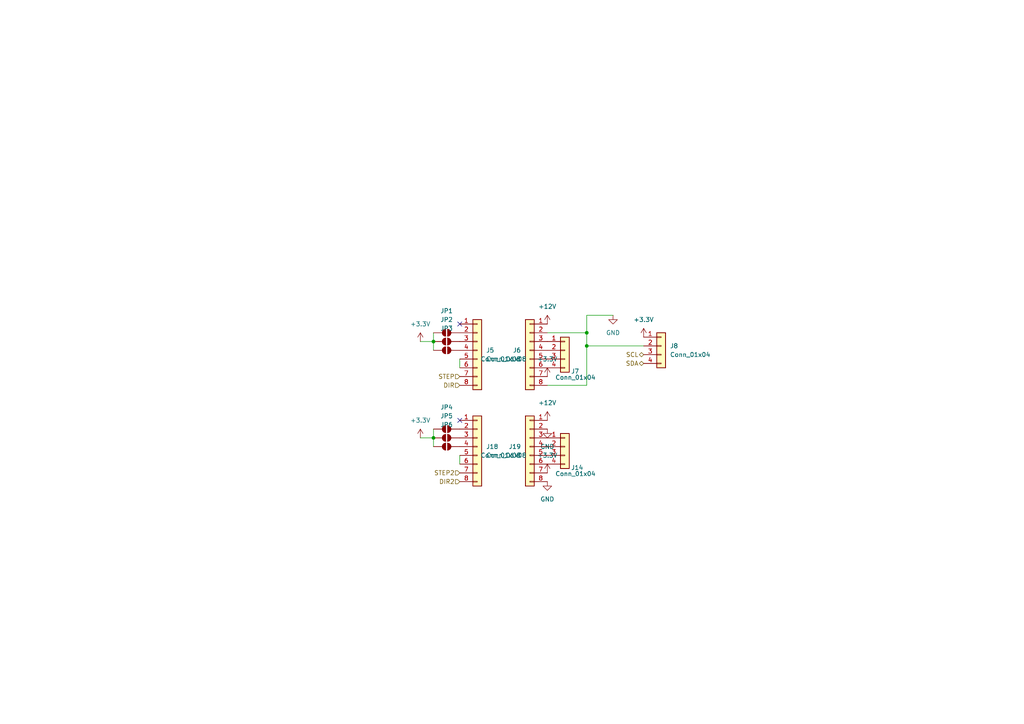
<source format=kicad_sch>
(kicad_sch
	(version 20231120)
	(generator "eeschema")
	(generator_version "8.0")
	(uuid "7346ae13-11ed-48bc-b938-38211a8abbc9")
	(paper "A4")
	(lib_symbols
		(symbol "Conn_01x08_1"
			(pin_names
				(offset 1.016) hide)
			(exclude_from_sim no)
			(in_bom yes)
			(on_board yes)
			(property "Reference" "J17"
				(at 2.54 0.0001 0)
				(effects
					(font
						(size 1.27 1.27)
					)
					(justify left)
				)
			)
			(property "Value" "Conn_01x08"
				(at 2.54 -2.5399 0)
				(effects
					(font
						(size 1.27 1.27)
					)
					(justify left)
				)
			)
			(property "Footprint" ""
				(at 0 0 0)
				(effects
					(font
						(size 1.27 1.27)
					)
					(hide yes)
				)
			)
			(property "Datasheet" "~"
				(at 0 0 0)
				(effects
					(font
						(size 1.27 1.27)
					)
					(hide yes)
				)
			)
			(property "Description" "Generic connector, single row, 01x08, script generated (kicad-library-utils/schlib/autogen/connector/)"
				(at 0 0 0)
				(effects
					(font
						(size 1.27 1.27)
					)
					(hide yes)
				)
			)
			(property "ki_keywords" "connector"
				(at 0 0 0)
				(effects
					(font
						(size 1.27 1.27)
					)
					(hide yes)
				)
			)
			(property "ki_fp_filters" "Connector*:*_1x??_*"
				(at 0 0 0)
				(effects
					(font
						(size 1.27 1.27)
					)
					(hide yes)
				)
			)
			(symbol "Conn_01x08_1_1_1"
				(rectangle
					(start -1.27 -10.033)
					(end 0 -10.287)
					(stroke
						(width 0.1524)
						(type default)
					)
					(fill
						(type none)
					)
				)
				(rectangle
					(start -1.27 -7.493)
					(end 0 -7.747)
					(stroke
						(width 0.1524)
						(type default)
					)
					(fill
						(type none)
					)
				)
				(rectangle
					(start -1.27 -4.953)
					(end 0 -5.207)
					(stroke
						(width 0.1524)
						(type default)
					)
					(fill
						(type none)
					)
				)
				(rectangle
					(start -1.27 -2.413)
					(end 0 -2.667)
					(stroke
						(width 0.1524)
						(type default)
					)
					(fill
						(type none)
					)
				)
				(rectangle
					(start -1.27 0.127)
					(end 0 -0.127)
					(stroke
						(width 0.1524)
						(type default)
					)
					(fill
						(type none)
					)
				)
				(rectangle
					(start -1.27 2.667)
					(end 0 2.413)
					(stroke
						(width 0.1524)
						(type default)
					)
					(fill
						(type none)
					)
				)
				(rectangle
					(start -1.27 5.207)
					(end 0 4.953)
					(stroke
						(width 0.1524)
						(type default)
					)
					(fill
						(type none)
					)
				)
				(rectangle
					(start -1.27 7.747)
					(end 0 7.493)
					(stroke
						(width 0.1524)
						(type default)
					)
					(fill
						(type none)
					)
				)
				(rectangle
					(start -1.27 8.89)
					(end 1.27 -11.43)
					(stroke
						(width 0.254)
						(type default)
					)
					(fill
						(type background)
					)
				)
				(pin passive line
					(at -5.08 7.62 0)
					(length 3.81)
					(name "Pin_1"
						(effects
							(font
								(size 1.27 1.27)
							)
						)
					)
					(number "1"
						(effects
							(font
								(size 1.27 1.27)
							)
						)
					)
				)
				(pin passive line
					(at -5.08 5.08 0)
					(length 3.81)
					(name "MS1"
						(effects
							(font
								(size 1.27 1.27)
							)
						)
					)
					(number "2"
						(effects
							(font
								(size 1.27 1.27)
							)
						)
					)
				)
				(pin passive line
					(at -5.08 2.54 0)
					(length 3.81)
					(name "MS2"
						(effects
							(font
								(size 1.27 1.27)
							)
						)
					)
					(number "3"
						(effects
							(font
								(size 1.27 1.27)
							)
						)
					)
				)
				(pin passive line
					(at -5.08 0 0)
					(length 3.81)
					(name "MS3"
						(effects
							(font
								(size 1.27 1.27)
							)
						)
					)
					(number "4"
						(effects
							(font
								(size 1.27 1.27)
							)
						)
					)
				)
				(pin passive line
					(at -5.08 -2.54 0)
					(length 3.81)
					(name "Pin_5"
						(effects
							(font
								(size 1.27 1.27)
							)
						)
					)
					(number "5"
						(effects
							(font
								(size 1.27 1.27)
							)
						)
					)
				)
				(pin passive line
					(at -5.08 -5.08 0)
					(length 3.81)
					(name "Pin_6"
						(effects
							(font
								(size 1.27 1.27)
							)
						)
					)
					(number "6"
						(effects
							(font
								(size 1.27 1.27)
							)
						)
					)
				)
				(pin passive line
					(at -5.08 -7.62 0)
					(length 3.81)
					(name "STEP"
						(effects
							(font
								(size 1.27 1.27)
							)
						)
					)
					(number "7"
						(effects
							(font
								(size 1.27 1.27)
							)
						)
					)
				)
				(pin passive line
					(at -5.08 -10.16 0)
					(length 3.81)
					(name "DIR"
						(effects
							(font
								(size 1.27 1.27)
							)
						)
					)
					(number "8"
						(effects
							(font
								(size 1.27 1.27)
							)
						)
					)
				)
			)
		)
		(symbol "Connector_Generic:Conn_01x04"
			(pin_names
				(offset 1.016) hide)
			(exclude_from_sim no)
			(in_bom yes)
			(on_board yes)
			(property "Reference" "J"
				(at 0 5.08 0)
				(effects
					(font
						(size 1.27 1.27)
					)
				)
			)
			(property "Value" "Conn_01x04"
				(at 0 -7.62 0)
				(effects
					(font
						(size 1.27 1.27)
					)
				)
			)
			(property "Footprint" ""
				(at 0 0 0)
				(effects
					(font
						(size 1.27 1.27)
					)
					(hide yes)
				)
			)
			(property "Datasheet" "~"
				(at 0 0 0)
				(effects
					(font
						(size 1.27 1.27)
					)
					(hide yes)
				)
			)
			(property "Description" "Generic connector, single row, 01x04, script generated (kicad-library-utils/schlib/autogen/connector/)"
				(at 0 0 0)
				(effects
					(font
						(size 1.27 1.27)
					)
					(hide yes)
				)
			)
			(property "ki_keywords" "connector"
				(at 0 0 0)
				(effects
					(font
						(size 1.27 1.27)
					)
					(hide yes)
				)
			)
			(property "ki_fp_filters" "Connector*:*_1x??_*"
				(at 0 0 0)
				(effects
					(font
						(size 1.27 1.27)
					)
					(hide yes)
				)
			)
			(symbol "Conn_01x04_1_1"
				(rectangle
					(start -1.27 -4.953)
					(end 0 -5.207)
					(stroke
						(width 0.1524)
						(type default)
					)
					(fill
						(type none)
					)
				)
				(rectangle
					(start -1.27 -2.413)
					(end 0 -2.667)
					(stroke
						(width 0.1524)
						(type default)
					)
					(fill
						(type none)
					)
				)
				(rectangle
					(start -1.27 0.127)
					(end 0 -0.127)
					(stroke
						(width 0.1524)
						(type default)
					)
					(fill
						(type none)
					)
				)
				(rectangle
					(start -1.27 2.667)
					(end 0 2.413)
					(stroke
						(width 0.1524)
						(type default)
					)
					(fill
						(type none)
					)
				)
				(rectangle
					(start -1.27 3.81)
					(end 1.27 -6.35)
					(stroke
						(width 0.254)
						(type default)
					)
					(fill
						(type background)
					)
				)
				(pin passive line
					(at -5.08 2.54 0)
					(length 3.81)
					(name "Pin_1"
						(effects
							(font
								(size 1.27 1.27)
							)
						)
					)
					(number "1"
						(effects
							(font
								(size 1.27 1.27)
							)
						)
					)
				)
				(pin passive line
					(at -5.08 0 0)
					(length 3.81)
					(name "Pin_2"
						(effects
							(font
								(size 1.27 1.27)
							)
						)
					)
					(number "2"
						(effects
							(font
								(size 1.27 1.27)
							)
						)
					)
				)
				(pin passive line
					(at -5.08 -2.54 0)
					(length 3.81)
					(name "Pin_3"
						(effects
							(font
								(size 1.27 1.27)
							)
						)
					)
					(number "3"
						(effects
							(font
								(size 1.27 1.27)
							)
						)
					)
				)
				(pin passive line
					(at -5.08 -5.08 0)
					(length 3.81)
					(name "Pin_4"
						(effects
							(font
								(size 1.27 1.27)
							)
						)
					)
					(number "4"
						(effects
							(font
								(size 1.27 1.27)
							)
						)
					)
				)
			)
		)
		(symbol "Connector_Generic:Conn_01x08"
			(pin_names
				(offset 1.016) hide)
			(exclude_from_sim no)
			(in_bom yes)
			(on_board yes)
			(property "Reference" "J18"
				(at 2.54 0.0001 0)
				(effects
					(font
						(size 1.27 1.27)
					)
					(justify left)
				)
			)
			(property "Value" "Conn_01x08"
				(at 2.54 -2.5399 0)
				(effects
					(font
						(size 1.27 1.27)
					)
					(justify left)
				)
			)
			(property "Footprint" ""
				(at 0 0 0)
				(effects
					(font
						(size 1.27 1.27)
					)
					(hide yes)
				)
			)
			(property "Datasheet" "~"
				(at 0 0 0)
				(effects
					(font
						(size 1.27 1.27)
					)
					(hide yes)
				)
			)
			(property "Description" "Generic connector, single row, 01x08, script generated (kicad-library-utils/schlib/autogen/connector/)"
				(at 0 0 0)
				(effects
					(font
						(size 1.27 1.27)
					)
					(hide yes)
				)
			)
			(property "ki_keywords" "connector"
				(at 0 0 0)
				(effects
					(font
						(size 1.27 1.27)
					)
					(hide yes)
				)
			)
			(property "ki_fp_filters" "Connector*:*_1x??_*"
				(at 0 0 0)
				(effects
					(font
						(size 1.27 1.27)
					)
					(hide yes)
				)
			)
			(symbol "Conn_01x08_1_1"
				(rectangle
					(start -1.27 -10.033)
					(end 0 -10.287)
					(stroke
						(width 0.1524)
						(type default)
					)
					(fill
						(type none)
					)
				)
				(rectangle
					(start -1.27 -7.493)
					(end 0 -7.747)
					(stroke
						(width 0.1524)
						(type default)
					)
					(fill
						(type none)
					)
				)
				(rectangle
					(start -1.27 -4.953)
					(end 0 -5.207)
					(stroke
						(width 0.1524)
						(type default)
					)
					(fill
						(type none)
					)
				)
				(rectangle
					(start -1.27 -2.413)
					(end 0 -2.667)
					(stroke
						(width 0.1524)
						(type default)
					)
					(fill
						(type none)
					)
				)
				(rectangle
					(start -1.27 0.127)
					(end 0 -0.127)
					(stroke
						(width 0.1524)
						(type default)
					)
					(fill
						(type none)
					)
				)
				(rectangle
					(start -1.27 2.667)
					(end 0 2.413)
					(stroke
						(width 0.1524)
						(type default)
					)
					(fill
						(type none)
					)
				)
				(rectangle
					(start -1.27 5.207)
					(end 0 4.953)
					(stroke
						(width 0.1524)
						(type default)
					)
					(fill
						(type none)
					)
				)
				(rectangle
					(start -1.27 7.747)
					(end 0 7.493)
					(stroke
						(width 0.1524)
						(type default)
					)
					(fill
						(type none)
					)
				)
				(rectangle
					(start -1.27 8.89)
					(end 1.27 -11.43)
					(stroke
						(width 0.254)
						(type default)
					)
					(fill
						(type background)
					)
				)
				(pin passive line
					(at -5.08 7.62 0)
					(length 3.81)
					(name "VIN"
						(effects
							(font
								(size 1.27 1.27)
							)
						)
					)
					(number "1"
						(effects
							(font
								(size 1.27 1.27)
							)
						)
					)
				)
				(pin passive line
					(at -5.08 5.08 0)
					(length 3.81)
					(name "GND"
						(effects
							(font
								(size 1.27 1.27)
							)
						)
					)
					(number "2"
						(effects
							(font
								(size 1.27 1.27)
							)
						)
					)
				)
				(pin passive line
					(at -5.08 2.54 0)
					(length 3.81)
					(name "2B"
						(effects
							(font
								(size 1.27 1.27)
							)
						)
					)
					(number "3"
						(effects
							(font
								(size 1.27 1.27)
							)
						)
					)
				)
				(pin passive line
					(at -5.08 0 0)
					(length 3.81)
					(name "2A"
						(effects
							(font
								(size 1.27 1.27)
							)
						)
					)
					(number "4"
						(effects
							(font
								(size 1.27 1.27)
							)
						)
					)
				)
				(pin passive line
					(at -5.08 -2.54 0)
					(length 3.81)
					(name "1A"
						(effects
							(font
								(size 1.27 1.27)
							)
						)
					)
					(number "5"
						(effects
							(font
								(size 1.27 1.27)
							)
						)
					)
				)
				(pin passive line
					(at -5.08 -5.08 0)
					(length 3.81)
					(name "1B"
						(effects
							(font
								(size 1.27 1.27)
							)
						)
					)
					(number "6"
						(effects
							(font
								(size 1.27 1.27)
							)
						)
					)
				)
				(pin passive line
					(at -5.08 -7.62 0)
					(length 3.81)
					(name "Pin_7"
						(effects
							(font
								(size 1.27 1.27)
							)
						)
					)
					(number "7"
						(effects
							(font
								(size 1.27 1.27)
							)
						)
					)
				)
				(pin passive line
					(at -5.08 -10.16 0)
					(length 3.81)
					(name "Pin_8"
						(effects
							(font
								(size 1.27 1.27)
							)
						)
					)
					(number "8"
						(effects
							(font
								(size 1.27 1.27)
							)
						)
					)
				)
			)
		)
		(symbol "Jumper:SolderJumper_2_Open"
			(pin_numbers hide)
			(pin_names
				(offset 0) hide)
			(exclude_from_sim yes)
			(in_bom no)
			(on_board yes)
			(property "Reference" "JP"
				(at 0 2.032 0)
				(effects
					(font
						(size 1.27 1.27)
					)
				)
			)
			(property "Value" "SolderJumper_2_Open"
				(at 0 -2.54 0)
				(effects
					(font
						(size 1.27 1.27)
					)
				)
			)
			(property "Footprint" ""
				(at 0 0 0)
				(effects
					(font
						(size 1.27 1.27)
					)
					(hide yes)
				)
			)
			(property "Datasheet" "~"
				(at 0 0 0)
				(effects
					(font
						(size 1.27 1.27)
					)
					(hide yes)
				)
			)
			(property "Description" "Solder Jumper, 2-pole, open"
				(at 0 0 0)
				(effects
					(font
						(size 1.27 1.27)
					)
					(hide yes)
				)
			)
			(property "ki_keywords" "solder jumper SPST"
				(at 0 0 0)
				(effects
					(font
						(size 1.27 1.27)
					)
					(hide yes)
				)
			)
			(property "ki_fp_filters" "SolderJumper*Open*"
				(at 0 0 0)
				(effects
					(font
						(size 1.27 1.27)
					)
					(hide yes)
				)
			)
			(symbol "SolderJumper_2_Open_0_1"
				(arc
					(start -0.254 1.016)
					(mid -1.2656 0)
					(end -0.254 -1.016)
					(stroke
						(width 0)
						(type default)
					)
					(fill
						(type none)
					)
				)
				(arc
					(start -0.254 1.016)
					(mid -1.2656 0)
					(end -0.254 -1.016)
					(stroke
						(width 0)
						(type default)
					)
					(fill
						(type outline)
					)
				)
				(polyline
					(pts
						(xy -0.254 1.016) (xy -0.254 -1.016)
					)
					(stroke
						(width 0)
						(type default)
					)
					(fill
						(type none)
					)
				)
				(polyline
					(pts
						(xy 0.254 1.016) (xy 0.254 -1.016)
					)
					(stroke
						(width 0)
						(type default)
					)
					(fill
						(type none)
					)
				)
				(arc
					(start 0.254 -1.016)
					(mid 1.2656 0)
					(end 0.254 1.016)
					(stroke
						(width 0)
						(type default)
					)
					(fill
						(type none)
					)
				)
				(arc
					(start 0.254 -1.016)
					(mid 1.2656 0)
					(end 0.254 1.016)
					(stroke
						(width 0)
						(type default)
					)
					(fill
						(type outline)
					)
				)
			)
			(symbol "SolderJumper_2_Open_1_1"
				(pin passive line
					(at -3.81 0 0)
					(length 2.54)
					(name "A"
						(effects
							(font
								(size 1.27 1.27)
							)
						)
					)
					(number "1"
						(effects
							(font
								(size 1.27 1.27)
							)
						)
					)
				)
				(pin passive line
					(at 3.81 0 180)
					(length 2.54)
					(name "B"
						(effects
							(font
								(size 1.27 1.27)
							)
						)
					)
					(number "2"
						(effects
							(font
								(size 1.27 1.27)
							)
						)
					)
				)
			)
		)
		(symbol "power:+12V"
			(power)
			(pin_numbers hide)
			(pin_names
				(offset 0) hide)
			(exclude_from_sim no)
			(in_bom yes)
			(on_board yes)
			(property "Reference" "#PWR"
				(at 0 -3.81 0)
				(effects
					(font
						(size 1.27 1.27)
					)
					(hide yes)
				)
			)
			(property "Value" "+12V"
				(at 0 3.556 0)
				(effects
					(font
						(size 1.27 1.27)
					)
				)
			)
			(property "Footprint" ""
				(at 0 0 0)
				(effects
					(font
						(size 1.27 1.27)
					)
					(hide yes)
				)
			)
			(property "Datasheet" ""
				(at 0 0 0)
				(effects
					(font
						(size 1.27 1.27)
					)
					(hide yes)
				)
			)
			(property "Description" "Power symbol creates a global label with name \"+12V\""
				(at 0 0 0)
				(effects
					(font
						(size 1.27 1.27)
					)
					(hide yes)
				)
			)
			(property "ki_keywords" "global power"
				(at 0 0 0)
				(effects
					(font
						(size 1.27 1.27)
					)
					(hide yes)
				)
			)
			(symbol "+12V_0_1"
				(polyline
					(pts
						(xy -0.762 1.27) (xy 0 2.54)
					)
					(stroke
						(width 0)
						(type default)
					)
					(fill
						(type none)
					)
				)
				(polyline
					(pts
						(xy 0 0) (xy 0 2.54)
					)
					(stroke
						(width 0)
						(type default)
					)
					(fill
						(type none)
					)
				)
				(polyline
					(pts
						(xy 0 2.54) (xy 0.762 1.27)
					)
					(stroke
						(width 0)
						(type default)
					)
					(fill
						(type none)
					)
				)
			)
			(symbol "+12V_1_1"
				(pin power_in line
					(at 0 0 90)
					(length 0)
					(name "~"
						(effects
							(font
								(size 1.27 1.27)
							)
						)
					)
					(number "1"
						(effects
							(font
								(size 1.27 1.27)
							)
						)
					)
				)
			)
		)
		(symbol "power:+3.3V"
			(power)
			(pin_numbers hide)
			(pin_names
				(offset 0) hide)
			(exclude_from_sim no)
			(in_bom yes)
			(on_board yes)
			(property "Reference" "#PWR"
				(at 0 -3.81 0)
				(effects
					(font
						(size 1.27 1.27)
					)
					(hide yes)
				)
			)
			(property "Value" "+3.3V"
				(at 0 3.556 0)
				(effects
					(font
						(size 1.27 1.27)
					)
				)
			)
			(property "Footprint" ""
				(at 0 0 0)
				(effects
					(font
						(size 1.27 1.27)
					)
					(hide yes)
				)
			)
			(property "Datasheet" ""
				(at 0 0 0)
				(effects
					(font
						(size 1.27 1.27)
					)
					(hide yes)
				)
			)
			(property "Description" "Power symbol creates a global label with name \"+3.3V\""
				(at 0 0 0)
				(effects
					(font
						(size 1.27 1.27)
					)
					(hide yes)
				)
			)
			(property "ki_keywords" "global power"
				(at 0 0 0)
				(effects
					(font
						(size 1.27 1.27)
					)
					(hide yes)
				)
			)
			(symbol "+3.3V_0_1"
				(polyline
					(pts
						(xy -0.762 1.27) (xy 0 2.54)
					)
					(stroke
						(width 0)
						(type default)
					)
					(fill
						(type none)
					)
				)
				(polyline
					(pts
						(xy 0 0) (xy 0 2.54)
					)
					(stroke
						(width 0)
						(type default)
					)
					(fill
						(type none)
					)
				)
				(polyline
					(pts
						(xy 0 2.54) (xy 0.762 1.27)
					)
					(stroke
						(width 0)
						(type default)
					)
					(fill
						(type none)
					)
				)
			)
			(symbol "+3.3V_1_1"
				(pin power_in line
					(at 0 0 90)
					(length 0)
					(name "~"
						(effects
							(font
								(size 1.27 1.27)
							)
						)
					)
					(number "1"
						(effects
							(font
								(size 1.27 1.27)
							)
						)
					)
				)
			)
		)
		(symbol "power:GND"
			(power)
			(pin_numbers hide)
			(pin_names
				(offset 0) hide)
			(exclude_from_sim no)
			(in_bom yes)
			(on_board yes)
			(property "Reference" "#PWR"
				(at 0 -6.35 0)
				(effects
					(font
						(size 1.27 1.27)
					)
					(hide yes)
				)
			)
			(property "Value" "GND"
				(at 0 -3.81 0)
				(effects
					(font
						(size 1.27 1.27)
					)
				)
			)
			(property "Footprint" ""
				(at 0 0 0)
				(effects
					(font
						(size 1.27 1.27)
					)
					(hide yes)
				)
			)
			(property "Datasheet" ""
				(at 0 0 0)
				(effects
					(font
						(size 1.27 1.27)
					)
					(hide yes)
				)
			)
			(property "Description" "Power symbol creates a global label with name \"GND\" , ground"
				(at 0 0 0)
				(effects
					(font
						(size 1.27 1.27)
					)
					(hide yes)
				)
			)
			(property "ki_keywords" "global power"
				(at 0 0 0)
				(effects
					(font
						(size 1.27 1.27)
					)
					(hide yes)
				)
			)
			(symbol "GND_0_1"
				(polyline
					(pts
						(xy 0 0) (xy 0 -1.27) (xy 1.27 -1.27) (xy 0 -2.54) (xy -1.27 -1.27) (xy 0 -1.27)
					)
					(stroke
						(width 0)
						(type default)
					)
					(fill
						(type none)
					)
				)
			)
			(symbol "GND_1_1"
				(pin power_in line
					(at 0 0 270)
					(length 0)
					(name "~"
						(effects
							(font
								(size 1.27 1.27)
							)
						)
					)
					(number "1"
						(effects
							(font
								(size 1.27 1.27)
							)
						)
					)
				)
			)
		)
	)
	(junction
		(at 125.73 127)
		(diameter 0)
		(color 0 0 0 0)
		(uuid "042763fa-9ef8-4174-a7e4-2d3d57342f39")
	)
	(junction
		(at 170.18 100.33)
		(diameter 0)
		(color 0 0 0 0)
		(uuid "4ecac797-a1e7-4193-b217-bc37853f6c6b")
	)
	(junction
		(at 125.73 99.06)
		(diameter 0)
		(color 0 0 0 0)
		(uuid "99b40b64-502c-4b9a-ab3c-a5c827aa0433")
	)
	(junction
		(at 170.18 96.52)
		(diameter 0)
		(color 0 0 0 0)
		(uuid "aca7923e-f301-4ec6-bea9-21797323f8f1")
	)
	(no_connect
		(at 133.35 121.92)
		(uuid "b99d71a4-516e-4b3c-856b-f01ef56cd18e")
	)
	(no_connect
		(at 133.35 93.98)
		(uuid "f510feff-8fac-4d51-bfa2-e7c06b53d76d")
	)
	(wire
		(pts
			(xy 133.35 132.08) (xy 133.35 134.62)
		)
		(stroke
			(width 0)
			(type default)
		)
		(uuid "57cc2e6f-dc9d-4b8a-b160-d800e844632a")
	)
	(wire
		(pts
			(xy 170.18 111.76) (xy 170.18 100.33)
		)
		(stroke
			(width 0)
			(type default)
		)
		(uuid "58d2085e-0509-4e18-ba6b-6ebf81cb3e94")
	)
	(wire
		(pts
			(xy 125.73 127) (xy 125.73 129.54)
		)
		(stroke
			(width 0)
			(type default)
		)
		(uuid "60f03e5f-13f1-4051-b313-082342ecdb20")
	)
	(wire
		(pts
			(xy 177.8 91.44) (xy 170.18 91.44)
		)
		(stroke
			(width 0)
			(type default)
		)
		(uuid "66605729-176d-4573-824b-df684e6ac64b")
	)
	(wire
		(pts
			(xy 121.92 127) (xy 125.73 127)
		)
		(stroke
			(width 0)
			(type default)
		)
		(uuid "80d76a09-acd1-4ecf-ac83-a7ab31d37493")
	)
	(wire
		(pts
			(xy 125.73 124.46) (xy 125.73 127)
		)
		(stroke
			(width 0)
			(type default)
		)
		(uuid "a0643c33-96bb-49d0-ae2e-0bd3af8a6a19")
	)
	(wire
		(pts
			(xy 170.18 91.44) (xy 170.18 96.52)
		)
		(stroke
			(width 0)
			(type default)
		)
		(uuid "b864220b-677f-4163-8bb4-b6d727b5a529")
	)
	(wire
		(pts
			(xy 121.92 99.06) (xy 125.73 99.06)
		)
		(stroke
			(width 0)
			(type default)
		)
		(uuid "c4c28ec7-45d2-49ac-a67d-9f64d9c130cb")
	)
	(wire
		(pts
			(xy 170.18 96.52) (xy 158.75 96.52)
		)
		(stroke
			(width 0)
			(type default)
		)
		(uuid "cf08cc7d-643b-4c68-aa67-44f31cbedb0f")
	)
	(wire
		(pts
			(xy 125.73 99.06) (xy 125.73 101.6)
		)
		(stroke
			(width 0)
			(type default)
		)
		(uuid "ec652211-0d2f-4603-b7fc-e713403e32d6")
	)
	(wire
		(pts
			(xy 186.69 100.33) (xy 170.18 100.33)
		)
		(stroke
			(width 0)
			(type default)
		)
		(uuid "ecf818f2-ed5e-437a-97b3-0f49d750ca4a")
	)
	(wire
		(pts
			(xy 170.18 100.33) (xy 170.18 96.52)
		)
		(stroke
			(width 0)
			(type default)
		)
		(uuid "ef45347d-e958-4873-ac3c-6987a1e05ad4")
	)
	(wire
		(pts
			(xy 133.35 104.14) (xy 133.35 106.68)
		)
		(stroke
			(width 0)
			(type default)
		)
		(uuid "f56466f4-7daf-4e51-872e-3749b3d0b390")
	)
	(wire
		(pts
			(xy 158.75 111.76) (xy 170.18 111.76)
		)
		(stroke
			(width 0)
			(type default)
		)
		(uuid "f5fc5b69-e30e-4640-b37d-4d3ebe7a3c9c")
	)
	(wire
		(pts
			(xy 125.73 96.52) (xy 125.73 99.06)
		)
		(stroke
			(width 0)
			(type default)
		)
		(uuid "f6c58d8f-ec3d-43c6-8560-207880e09e12")
	)
	(hierarchical_label "DIR2"
		(shape input)
		(at 133.35 139.7 180)
		(fields_autoplaced yes)
		(effects
			(font
				(size 1.27 1.27)
			)
			(justify right)
		)
		(uuid "3f2e7009-d64e-4f71-94e5-c45d4d29a9bf")
	)
	(hierarchical_label "SDA"
		(shape bidirectional)
		(at 186.69 105.41 180)
		(fields_autoplaced yes)
		(effects
			(font
				(size 1.27 1.27)
			)
			(justify right)
		)
		(uuid "419384d1-e54a-415f-aa07-999be41bc723")
	)
	(hierarchical_label "STEP"
		(shape input)
		(at 133.35 109.22 180)
		(fields_autoplaced yes)
		(effects
			(font
				(size 1.27 1.27)
			)
			(justify right)
		)
		(uuid "615e8166-aa92-4068-8025-96e27378f94c")
	)
	(hierarchical_label "STEP2"
		(shape input)
		(at 133.35 137.16 180)
		(fields_autoplaced yes)
		(effects
			(font
				(size 1.27 1.27)
			)
			(justify right)
		)
		(uuid "619893ca-1997-4b17-86ce-0589ad273d9e")
	)
	(hierarchical_label "SCL"
		(shape bidirectional)
		(at 186.69 102.87 180)
		(fields_autoplaced yes)
		(effects
			(font
				(size 1.27 1.27)
			)
			(justify right)
		)
		(uuid "88da3218-e2a1-451c-add4-3f9019d54587")
	)
	(hierarchical_label "DIR"
		(shape input)
		(at 133.35 111.76 180)
		(fields_autoplaced yes)
		(effects
			(font
				(size 1.27 1.27)
			)
			(justify right)
		)
		(uuid "a668f57a-8707-4bed-af72-8a413566c9db")
	)
	(symbol
		(lib_id "power:GND")
		(at 158.75 139.7 0)
		(unit 1)
		(exclude_from_sim no)
		(in_bom yes)
		(on_board yes)
		(dnp no)
		(fields_autoplaced yes)
		(uuid "0ad60634-49bb-4ea1-a537-b038b255baa4")
		(property "Reference" "#PWR052"
			(at 158.75 146.05 0)
			(effects
				(font
					(size 1.27 1.27)
				)
				(hide yes)
			)
		)
		(property "Value" "GND"
			(at 158.75 144.78 0)
			(effects
				(font
					(size 1.27 1.27)
				)
			)
		)
		(property "Footprint" ""
			(at 158.75 139.7 0)
			(effects
				(font
					(size 1.27 1.27)
				)
				(hide yes)
			)
		)
		(property "Datasheet" ""
			(at 158.75 139.7 0)
			(effects
				(font
					(size 1.27 1.27)
				)
				(hide yes)
			)
		)
		(property "Description" "Power symbol creates a global label with name \"GND\" , ground"
			(at 158.75 139.7 0)
			(effects
				(font
					(size 1.27 1.27)
				)
				(hide yes)
			)
		)
		(pin "1"
			(uuid "8f5e6f27-030c-4149-a584-ac3cbe69bfcb")
		)
		(instances
			(project "haiya"
				(path "/52d86b2e-43b4-40ca-8cfa-56f8ac57fe29/14c4ff5b-b399-4fd5-844d-616b61ba7e27"
					(reference "#PWR052")
					(unit 1)
				)
			)
		)
	)
	(symbol
		(lib_id "power:GND")
		(at 177.8 91.44 0)
		(unit 1)
		(exclude_from_sim no)
		(in_bom yes)
		(on_board yes)
		(dnp no)
		(fields_autoplaced yes)
		(uuid "11d9fd99-99a0-4b44-9e36-cbd6079b9d57")
		(property "Reference" "#PWR043"
			(at 177.8 97.79 0)
			(effects
				(font
					(size 1.27 1.27)
				)
				(hide yes)
			)
		)
		(property "Value" "GND"
			(at 177.8 96.52 0)
			(effects
				(font
					(size 1.27 1.27)
				)
			)
		)
		(property "Footprint" ""
			(at 177.8 91.44 0)
			(effects
				(font
					(size 1.27 1.27)
				)
				(hide yes)
			)
		)
		(property "Datasheet" ""
			(at 177.8 91.44 0)
			(effects
				(font
					(size 1.27 1.27)
				)
				(hide yes)
			)
		)
		(property "Description" "Power symbol creates a global label with name \"GND\" , ground"
			(at 177.8 91.44 0)
			(effects
				(font
					(size 1.27 1.27)
				)
				(hide yes)
			)
		)
		(pin "1"
			(uuid "a7be75d6-68e3-4e0f-9205-172f1fc2c50f")
		)
		(instances
			(project "haiya"
				(path "/52d86b2e-43b4-40ca-8cfa-56f8ac57fe29/14c4ff5b-b399-4fd5-844d-616b61ba7e27"
					(reference "#PWR043")
					(unit 1)
				)
			)
		)
	)
	(symbol
		(lib_id "power:+3.3V")
		(at 121.92 99.06 0)
		(unit 1)
		(exclude_from_sim no)
		(in_bom yes)
		(on_board yes)
		(dnp no)
		(fields_autoplaced yes)
		(uuid "191bb9e2-aefb-4829-8a3c-d6b19377d4db")
		(property "Reference" "#PWR042"
			(at 121.92 102.87 0)
			(effects
				(font
					(size 1.27 1.27)
				)
				(hide yes)
			)
		)
		(property "Value" "+3.3V"
			(at 121.92 93.98 0)
			(effects
				(font
					(size 1.27 1.27)
				)
			)
		)
		(property "Footprint" ""
			(at 121.92 99.06 0)
			(effects
				(font
					(size 1.27 1.27)
				)
				(hide yes)
			)
		)
		(property "Datasheet" ""
			(at 121.92 99.06 0)
			(effects
				(font
					(size 1.27 1.27)
				)
				(hide yes)
			)
		)
		(property "Description" "Power symbol creates a global label with name \"+3.3V\""
			(at 121.92 99.06 0)
			(effects
				(font
					(size 1.27 1.27)
				)
				(hide yes)
			)
		)
		(pin "1"
			(uuid "671d5743-173e-460e-951e-818085194e81")
		)
		(instances
			(project "haiya"
				(path "/52d86b2e-43b4-40ca-8cfa-56f8ac57fe29/14c4ff5b-b399-4fd5-844d-616b61ba7e27"
					(reference "#PWR042")
					(unit 1)
				)
			)
		)
	)
	(symbol
		(lib_id "power:GND")
		(at 158.75 124.46 0)
		(unit 1)
		(exclude_from_sim no)
		(in_bom yes)
		(on_board yes)
		(dnp no)
		(fields_autoplaced yes)
		(uuid "1cb0c534-8f90-46ef-bc54-ff7d26cd1a06")
		(property "Reference" "#PWR051"
			(at 158.75 130.81 0)
			(effects
				(font
					(size 1.27 1.27)
				)
				(hide yes)
			)
		)
		(property "Value" "GND"
			(at 158.75 129.54 0)
			(effects
				(font
					(size 1.27 1.27)
				)
			)
		)
		(property "Footprint" ""
			(at 158.75 124.46 0)
			(effects
				(font
					(size 1.27 1.27)
				)
				(hide yes)
			)
		)
		(property "Datasheet" ""
			(at 158.75 124.46 0)
			(effects
				(font
					(size 1.27 1.27)
				)
				(hide yes)
			)
		)
		(property "Description" "Power symbol creates a global label with name \"GND\" , ground"
			(at 158.75 124.46 0)
			(effects
				(font
					(size 1.27 1.27)
				)
				(hide yes)
			)
		)
		(pin "1"
			(uuid "5691077b-7743-4656-8b06-4e556def9dee")
		)
		(instances
			(project ""
				(path "/52d86b2e-43b4-40ca-8cfa-56f8ac57fe29/14c4ff5b-b399-4fd5-844d-616b61ba7e27"
					(reference "#PWR051")
					(unit 1)
				)
			)
		)
	)
	(symbol
		(lib_id "Jumper:SolderJumper_2_Open")
		(at 129.54 129.54 0)
		(unit 1)
		(exclude_from_sim yes)
		(in_bom no)
		(on_board yes)
		(dnp no)
		(fields_autoplaced yes)
		(uuid "1fac1f56-a3db-4665-858c-d64944b9dcca")
		(property "Reference" "JP6"
			(at 129.54 123.19 0)
			(effects
				(font
					(size 1.27 1.27)
				)
			)
		)
		(property "Value" "SolderJumper_2_Open"
			(at 129.54 125.73 0)
			(effects
				(font
					(size 1.27 1.27)
				)
				(hide yes)
			)
		)
		(property "Footprint" "Jumper:SolderJumper-2_P1.3mm_Open_RoundedPad1.0x1.5mm"
			(at 129.54 129.54 0)
			(effects
				(font
					(size 1.27 1.27)
				)
				(hide yes)
			)
		)
		(property "Datasheet" "~"
			(at 129.54 129.54 0)
			(effects
				(font
					(size 1.27 1.27)
				)
				(hide yes)
			)
		)
		(property "Description" "Solder Jumper, 2-pole, open"
			(at 129.54 129.54 0)
			(effects
				(font
					(size 1.27 1.27)
				)
				(hide yes)
			)
		)
		(pin "2"
			(uuid "0c29712e-8005-464c-9985-6620f6ffac2d")
		)
		(pin "1"
			(uuid "b1bad276-f6f1-4a8e-8221-1ed5297a3b2e")
		)
		(instances
			(project "haiya"
				(path "/52d86b2e-43b4-40ca-8cfa-56f8ac57fe29/14c4ff5b-b399-4fd5-844d-616b61ba7e27"
					(reference "JP6")
					(unit 1)
				)
			)
		)
	)
	(symbol
		(lib_id "Jumper:SolderJumper_2_Open")
		(at 129.54 99.06 0)
		(unit 1)
		(exclude_from_sim yes)
		(in_bom no)
		(on_board yes)
		(dnp no)
		(fields_autoplaced yes)
		(uuid "2dcc906b-65e8-424f-8928-32da17470dfa")
		(property "Reference" "JP2"
			(at 129.54 92.71 0)
			(effects
				(font
					(size 1.27 1.27)
				)
			)
		)
		(property "Value" "SolderJumper_2_Open"
			(at 129.54 95.25 0)
			(effects
				(font
					(size 1.27 1.27)
				)
				(hide yes)
			)
		)
		(property "Footprint" "Jumper:SolderJumper-2_P1.3mm_Open_RoundedPad1.0x1.5mm"
			(at 129.54 99.06 0)
			(effects
				(font
					(size 1.27 1.27)
				)
				(hide yes)
			)
		)
		(property "Datasheet" "~"
			(at 129.54 99.06 0)
			(effects
				(font
					(size 1.27 1.27)
				)
				(hide yes)
			)
		)
		(property "Description" "Solder Jumper, 2-pole, open"
			(at 129.54 99.06 0)
			(effects
				(font
					(size 1.27 1.27)
				)
				(hide yes)
			)
		)
		(pin "2"
			(uuid "84d3fdd6-1de8-4db3-88d9-81dd76354876")
		)
		(pin "1"
			(uuid "38a0d59d-e4f6-4adc-86b3-c314b1ab938a")
		)
		(instances
			(project "haiya"
				(path "/52d86b2e-43b4-40ca-8cfa-56f8ac57fe29/14c4ff5b-b399-4fd5-844d-616b61ba7e27"
					(reference "JP2")
					(unit 1)
				)
			)
		)
	)
	(symbol
		(lib_name "Conn_01x08_1")
		(lib_id "Connector_Generic:Conn_01x08")
		(at 138.43 129.54 0)
		(unit 1)
		(exclude_from_sim no)
		(in_bom yes)
		(on_board yes)
		(dnp no)
		(fields_autoplaced yes)
		(uuid "32a7d274-74ec-4643-8b9a-f95a3a835461")
		(property "Reference" "J18"
			(at 140.97 129.5399 0)
			(effects
				(font
					(size 1.27 1.27)
				)
				(justify left)
			)
		)
		(property "Value" "Conn_01x08"
			(at 140.97 132.0799 0)
			(effects
				(font
					(size 1.27 1.27)
				)
				(justify left)
			)
		)
		(property "Footprint" "Connector_PinSocket_2.54mm:PinSocket_1x08_P2.54mm_Vertical"
			(at 138.43 129.54 0)
			(effects
				(font
					(size 1.27 1.27)
				)
				(hide yes)
			)
		)
		(property "Datasheet" "~"
			(at 138.43 129.54 0)
			(effects
				(font
					(size 1.27 1.27)
				)
				(hide yes)
			)
		)
		(property "Description" "Generic connector, single row, 01x08, script generated (kicad-library-utils/schlib/autogen/connector/)"
			(at 138.43 129.54 0)
			(effects
				(font
					(size 1.27 1.27)
				)
				(hide yes)
			)
		)
		(pin "5"
			(uuid "44eeb687-fbd8-4723-86de-a22047583b2f")
		)
		(pin "2"
			(uuid "19a7992e-ca05-4aa1-940b-8687f42f3314")
		)
		(pin "4"
			(uuid "7b7b8200-8021-4ca4-9235-f894f6323370")
		)
		(pin "6"
			(uuid "a7047a1a-73e4-4d92-9e59-a6a2fff447ff")
		)
		(pin "3"
			(uuid "24029964-be9c-4957-9af6-ea56ab2fcff6")
		)
		(pin "8"
			(uuid "756e76e8-7e2a-43ba-9b77-0f5c8e286120")
		)
		(pin "7"
			(uuid "46b999e6-245d-4892-aee4-a3638e4724e6")
		)
		(pin "1"
			(uuid "5a3602c1-9b5a-458c-8256-111d67b5f115")
		)
		(instances
			(project "haiya"
				(path "/52d86b2e-43b4-40ca-8cfa-56f8ac57fe29/14c4ff5b-b399-4fd5-844d-616b61ba7e27"
					(reference "J18")
					(unit 1)
				)
			)
		)
	)
	(symbol
		(lib_id "Connector_Generic:Conn_01x04")
		(at 163.83 129.54 0)
		(unit 1)
		(exclude_from_sim no)
		(in_bom yes)
		(on_board yes)
		(dnp no)
		(uuid "3c5465de-80aa-4899-a77f-a3ed9a4fe608")
		(property "Reference" "J14"
			(at 165.608 135.636 0)
			(effects
				(font
					(size 1.27 1.27)
				)
				(justify left)
			)
		)
		(property "Value" "Conn_01x04"
			(at 161.036 137.414 0)
			(effects
				(font
					(size 1.27 1.27)
				)
				(justify left)
			)
		)
		(property "Footprint" "Connector_JST:JST_XH_B4B-XH-A_1x04_P2.50mm_Vertical"
			(at 163.83 129.54 0)
			(effects
				(font
					(size 1.27 1.27)
				)
				(hide yes)
			)
		)
		(property "Datasheet" "~"
			(at 163.83 129.54 0)
			(effects
				(font
					(size 1.27 1.27)
				)
				(hide yes)
			)
		)
		(property "Description" "Generic connector, single row, 01x04, script generated (kicad-library-utils/schlib/autogen/connector/)"
			(at 163.83 129.54 0)
			(effects
				(font
					(size 1.27 1.27)
				)
				(hide yes)
			)
		)
		(pin "1"
			(uuid "dc0cd639-a2a5-4d43-8b89-3209d5b938e5")
		)
		(pin "3"
			(uuid "b093661e-53f9-4e3a-a24c-bf45c83250d8")
		)
		(pin "2"
			(uuid "db13995a-1671-4092-873b-eaac27ce9d0a")
		)
		(pin "4"
			(uuid "5192a0cd-060f-4aa8-a95d-c82aaa60d5a7")
		)
		(instances
			(project "haiya"
				(path "/52d86b2e-43b4-40ca-8cfa-56f8ac57fe29/14c4ff5b-b399-4fd5-844d-616b61ba7e27"
					(reference "J14")
					(unit 1)
				)
			)
		)
	)
	(symbol
		(lib_id "Jumper:SolderJumper_2_Open")
		(at 129.54 127 0)
		(unit 1)
		(exclude_from_sim yes)
		(in_bom no)
		(on_board yes)
		(dnp no)
		(fields_autoplaced yes)
		(uuid "3d92a536-12ce-422c-9455-de656bfa26ca")
		(property "Reference" "JP5"
			(at 129.54 120.65 0)
			(effects
				(font
					(size 1.27 1.27)
				)
			)
		)
		(property "Value" "SolderJumper_2_Open"
			(at 129.54 123.19 0)
			(effects
				(font
					(size 1.27 1.27)
				)
				(hide yes)
			)
		)
		(property "Footprint" "Jumper:SolderJumper-2_P1.3mm_Open_RoundedPad1.0x1.5mm"
			(at 129.54 127 0)
			(effects
				(font
					(size 1.27 1.27)
				)
				(hide yes)
			)
		)
		(property "Datasheet" "~"
			(at 129.54 127 0)
			(effects
				(font
					(size 1.27 1.27)
				)
				(hide yes)
			)
		)
		(property "Description" "Solder Jumper, 2-pole, open"
			(at 129.54 127 0)
			(effects
				(font
					(size 1.27 1.27)
				)
				(hide yes)
			)
		)
		(pin "2"
			(uuid "ae234641-f361-481d-912b-e3651c2eb4f6")
		)
		(pin "1"
			(uuid "109ea397-df24-437a-a3fa-501b9f2992c0")
		)
		(instances
			(project "haiya"
				(path "/52d86b2e-43b4-40ca-8cfa-56f8ac57fe29/14c4ff5b-b399-4fd5-844d-616b61ba7e27"
					(reference "JP5")
					(unit 1)
				)
			)
		)
	)
	(symbol
		(lib_id "Connector_Generic:Conn_01x04")
		(at 163.83 101.6 0)
		(unit 1)
		(exclude_from_sim no)
		(in_bom yes)
		(on_board yes)
		(dnp no)
		(uuid "3e4bc4d9-b138-4f23-b953-9986f112cf38")
		(property "Reference" "J7"
			(at 165.608 107.696 0)
			(effects
				(font
					(size 1.27 1.27)
				)
				(justify left)
			)
		)
		(property "Value" "Conn_01x04"
			(at 161.036 109.474 0)
			(effects
				(font
					(size 1.27 1.27)
				)
				(justify left)
			)
		)
		(property "Footprint" "Connector_JST:JST_XH_B4B-XH-A_1x04_P2.50mm_Vertical"
			(at 163.83 101.6 0)
			(effects
				(font
					(size 1.27 1.27)
				)
				(hide yes)
			)
		)
		(property "Datasheet" "~"
			(at 163.83 101.6 0)
			(effects
				(font
					(size 1.27 1.27)
				)
				(hide yes)
			)
		)
		(property "Description" "Generic connector, single row, 01x04, script generated (kicad-library-utils/schlib/autogen/connector/)"
			(at 163.83 101.6 0)
			(effects
				(font
					(size 1.27 1.27)
				)
				(hide yes)
			)
		)
		(pin "1"
			(uuid "026960ef-d9b9-48f7-808a-d5ca7f3796aa")
		)
		(pin "3"
			(uuid "a11f3a74-a6a5-4f1c-b19c-aab626b07566")
		)
		(pin "2"
			(uuid "cc23a472-1a9d-4cb5-961d-97ca5a9e7963")
		)
		(pin "4"
			(uuid "5edcb66d-f937-496b-b1ed-60733d8cde83")
		)
		(instances
			(project "haiya"
				(path "/52d86b2e-43b4-40ca-8cfa-56f8ac57fe29/14c4ff5b-b399-4fd5-844d-616b61ba7e27"
					(reference "J7")
					(unit 1)
				)
			)
		)
	)
	(symbol
		(lib_id "power:+3.3V")
		(at 158.75 137.16 0)
		(unit 1)
		(exclude_from_sim no)
		(in_bom yes)
		(on_board yes)
		(dnp no)
		(fields_autoplaced yes)
		(uuid "4fffd18d-5a66-4146-be39-0362243a2c82")
		(property "Reference" "#PWR054"
			(at 158.75 140.97 0)
			(effects
				(font
					(size 1.27 1.27)
				)
				(hide yes)
			)
		)
		(property "Value" "+3.3V"
			(at 158.75 132.08 0)
			(effects
				(font
					(size 1.27 1.27)
				)
			)
		)
		(property "Footprint" ""
			(at 158.75 137.16 0)
			(effects
				(font
					(size 1.27 1.27)
				)
				(hide yes)
			)
		)
		(property "Datasheet" ""
			(at 158.75 137.16 0)
			(effects
				(font
					(size 1.27 1.27)
				)
				(hide yes)
			)
		)
		(property "Description" "Power symbol creates a global label with name \"+3.3V\""
			(at 158.75 137.16 0)
			(effects
				(font
					(size 1.27 1.27)
				)
				(hide yes)
			)
		)
		(pin "1"
			(uuid "5060599f-1c76-4a89-920a-b604cc203c91")
		)
		(instances
			(project "haiya"
				(path "/52d86b2e-43b4-40ca-8cfa-56f8ac57fe29/14c4ff5b-b399-4fd5-844d-616b61ba7e27"
					(reference "#PWR054")
					(unit 1)
				)
			)
		)
	)
	(symbol
		(lib_id "Jumper:SolderJumper_2_Open")
		(at 129.54 101.6 0)
		(unit 1)
		(exclude_from_sim yes)
		(in_bom no)
		(on_board yes)
		(dnp no)
		(fields_autoplaced yes)
		(uuid "50558ad0-3bf0-4125-befd-775e26ecce41")
		(property "Reference" "JP3"
			(at 129.54 95.25 0)
			(effects
				(font
					(size 1.27 1.27)
				)
			)
		)
		(property "Value" "SolderJumper_2_Open"
			(at 129.54 97.79 0)
			(effects
				(font
					(size 1.27 1.27)
				)
				(hide yes)
			)
		)
		(property "Footprint" "Jumper:SolderJumper-2_P1.3mm_Open_RoundedPad1.0x1.5mm"
			(at 129.54 101.6 0)
			(effects
				(font
					(size 1.27 1.27)
				)
				(hide yes)
			)
		)
		(property "Datasheet" "~"
			(at 129.54 101.6 0)
			(effects
				(font
					(size 1.27 1.27)
				)
				(hide yes)
			)
		)
		(property "Description" "Solder Jumper, 2-pole, open"
			(at 129.54 101.6 0)
			(effects
				(font
					(size 1.27 1.27)
				)
				(hide yes)
			)
		)
		(pin "2"
			(uuid "6f26c137-5ab8-4992-88aa-37923faea599")
		)
		(pin "1"
			(uuid "851599c1-0137-407f-95bc-20f34d2cc42d")
		)
		(instances
			(project "haiya"
				(path "/52d86b2e-43b4-40ca-8cfa-56f8ac57fe29/14c4ff5b-b399-4fd5-844d-616b61ba7e27"
					(reference "JP3")
					(unit 1)
				)
			)
		)
	)
	(symbol
		(lib_name "Conn_01x08_1")
		(lib_id "Connector_Generic:Conn_01x08")
		(at 138.43 101.6 0)
		(unit 1)
		(exclude_from_sim no)
		(in_bom yes)
		(on_board yes)
		(dnp no)
		(fields_autoplaced yes)
		(uuid "50d30fd3-c803-40d0-9dcc-e1a4ee2d53cc")
		(property "Reference" "J5"
			(at 140.97 101.5999 0)
			(effects
				(font
					(size 1.27 1.27)
				)
				(justify left)
			)
		)
		(property "Value" "Conn_01x08"
			(at 140.97 104.1399 0)
			(effects
				(font
					(size 1.27 1.27)
				)
				(justify left)
			)
		)
		(property "Footprint" "Connector_PinSocket_2.54mm:PinSocket_1x08_P2.54mm_Vertical"
			(at 138.43 101.6 0)
			(effects
				(font
					(size 1.27 1.27)
				)
				(hide yes)
			)
		)
		(property "Datasheet" "~"
			(at 138.43 101.6 0)
			(effects
				(font
					(size 1.27 1.27)
				)
				(hide yes)
			)
		)
		(property "Description" "Generic connector, single row, 01x08, script generated (kicad-library-utils/schlib/autogen/connector/)"
			(at 138.43 101.6 0)
			(effects
				(font
					(size 1.27 1.27)
				)
				(hide yes)
			)
		)
		(pin "5"
			(uuid "e19e1ea3-1f39-479b-864a-3381c65a3d02")
		)
		(pin "2"
			(uuid "17091dd3-0116-4328-8522-4a4ef2d76287")
		)
		(pin "4"
			(uuid "032fab82-b2a0-4399-9bb2-1e418af5bf8f")
		)
		(pin "6"
			(uuid "4b7e23a3-3160-4260-bd01-bce6233d3f77")
		)
		(pin "3"
			(uuid "84b6670f-8b20-4875-a11a-0cdc5b8728bd")
		)
		(pin "8"
			(uuid "4f300226-c072-44eb-85de-308804846b42")
		)
		(pin "7"
			(uuid "1db1f101-b624-4ebe-a138-5f32afd41762")
		)
		(pin "1"
			(uuid "3f5d5f00-7645-4bc8-84cc-c86859e76ef9")
		)
		(instances
			(project "haiya"
				(path "/52d86b2e-43b4-40ca-8cfa-56f8ac57fe29/14c4ff5b-b399-4fd5-844d-616b61ba7e27"
					(reference "J5")
					(unit 1)
				)
			)
		)
	)
	(symbol
		(lib_id "Connector_Generic:Conn_01x08")
		(at 153.67 101.6 0)
		(mirror y)
		(unit 1)
		(exclude_from_sim no)
		(in_bom yes)
		(on_board yes)
		(dnp no)
		(fields_autoplaced yes)
		(uuid "6bec4bdb-5a7e-4eaa-9a73-eae4276ac399")
		(property "Reference" "J6"
			(at 151.13 101.5999 0)
			(effects
				(font
					(size 1.27 1.27)
				)
				(justify left)
			)
		)
		(property "Value" "Conn_01x08"
			(at 151.13 104.1399 0)
			(effects
				(font
					(size 1.27 1.27)
				)
				(justify left)
			)
		)
		(property "Footprint" "Connector_PinSocket_2.54mm:PinSocket_1x08_P2.54mm_Vertical"
			(at 153.67 101.6 0)
			(effects
				(font
					(size 1.27 1.27)
				)
				(hide yes)
			)
		)
		(property "Datasheet" "~"
			(at 153.67 101.6 0)
			(effects
				(font
					(size 1.27 1.27)
				)
				(hide yes)
			)
		)
		(property "Description" "Generic connector, single row, 01x08, script generated (kicad-library-utils/schlib/autogen/connector/)"
			(at 153.67 101.6 0)
			(effects
				(font
					(size 1.27 1.27)
				)
				(hide yes)
			)
		)
		(pin "1"
			(uuid "443728ae-8664-46fd-a9df-578c0be0ba0b")
		)
		(pin "4"
			(uuid "388881f4-f777-467a-8435-f5cf2833f10b")
		)
		(pin "8"
			(uuid "8f1fbe94-c71f-40e5-a31c-cc3fe1e253b5")
		)
		(pin "2"
			(uuid "ec72fa61-83b8-4dc3-acc4-e31a10d0ed31")
		)
		(pin "3"
			(uuid "ef250305-d639-4b36-ab1a-6ab01b7053b5")
		)
		(pin "5"
			(uuid "e2fae94b-e904-4272-8f9b-5868b6d1cdf5")
		)
		(pin "6"
			(uuid "23bde972-82dd-4da0-b402-072520f827e6")
		)
		(pin "7"
			(uuid "9629ce40-5e07-4cc6-8a7b-d4ee11a0ed44")
		)
		(instances
			(project "haiya"
				(path "/52d86b2e-43b4-40ca-8cfa-56f8ac57fe29/14c4ff5b-b399-4fd5-844d-616b61ba7e27"
					(reference "J6")
					(unit 1)
				)
			)
		)
	)
	(symbol
		(lib_id "power:+12V")
		(at 158.75 93.98 0)
		(unit 1)
		(exclude_from_sim no)
		(in_bom yes)
		(on_board yes)
		(dnp no)
		(fields_autoplaced yes)
		(uuid "826eb39f-e4ff-4a8d-a86a-028c27ecfcf6")
		(property "Reference" "#PWR045"
			(at 158.75 97.79 0)
			(effects
				(font
					(size 1.27 1.27)
				)
				(hide yes)
			)
		)
		(property "Value" "+12V"
			(at 158.75 88.9 0)
			(effects
				(font
					(size 1.27 1.27)
				)
			)
		)
		(property "Footprint" ""
			(at 158.75 93.98 0)
			(effects
				(font
					(size 1.27 1.27)
				)
				(hide yes)
			)
		)
		(property "Datasheet" ""
			(at 158.75 93.98 0)
			(effects
				(font
					(size 1.27 1.27)
				)
				(hide yes)
			)
		)
		(property "Description" "Power symbol creates a global label with name \"+12V\""
			(at 158.75 93.98 0)
			(effects
				(font
					(size 1.27 1.27)
				)
				(hide yes)
			)
		)
		(pin "1"
			(uuid "5688e934-a06a-48e9-ba97-44846efb9e66")
		)
		(instances
			(project ""
				(path "/52d86b2e-43b4-40ca-8cfa-56f8ac57fe29/14c4ff5b-b399-4fd5-844d-616b61ba7e27"
					(reference "#PWR045")
					(unit 1)
				)
			)
		)
	)
	(symbol
		(lib_id "power:+12V")
		(at 158.75 121.92 0)
		(unit 1)
		(exclude_from_sim no)
		(in_bom yes)
		(on_board yes)
		(dnp no)
		(fields_autoplaced yes)
		(uuid "a05bd179-e4aa-4e86-9449-dffdf079600f")
		(property "Reference" "#PWR050"
			(at 158.75 125.73 0)
			(effects
				(font
					(size 1.27 1.27)
				)
				(hide yes)
			)
		)
		(property "Value" "+12V"
			(at 158.75 116.84 0)
			(effects
				(font
					(size 1.27 1.27)
				)
			)
		)
		(property "Footprint" ""
			(at 158.75 121.92 0)
			(effects
				(font
					(size 1.27 1.27)
				)
				(hide yes)
			)
		)
		(property "Datasheet" ""
			(at 158.75 121.92 0)
			(effects
				(font
					(size 1.27 1.27)
				)
				(hide yes)
			)
		)
		(property "Description" "Power symbol creates a global label with name \"+12V\""
			(at 158.75 121.92 0)
			(effects
				(font
					(size 1.27 1.27)
				)
				(hide yes)
			)
		)
		(pin "1"
			(uuid "749354f9-d122-4e4b-96f3-42d5d8077165")
		)
		(instances
			(project "haiya"
				(path "/52d86b2e-43b4-40ca-8cfa-56f8ac57fe29/14c4ff5b-b399-4fd5-844d-616b61ba7e27"
					(reference "#PWR050")
					(unit 1)
				)
			)
		)
	)
	(symbol
		(lib_id "power:+3.3V")
		(at 158.75 109.22 0)
		(unit 1)
		(exclude_from_sim no)
		(in_bom yes)
		(on_board yes)
		(dnp no)
		(fields_autoplaced yes)
		(uuid "ac34c27e-4bfe-4826-a6c2-a6452df3d902")
		(property "Reference" "#PWR053"
			(at 158.75 113.03 0)
			(effects
				(font
					(size 1.27 1.27)
				)
				(hide yes)
			)
		)
		(property "Value" "+3.3V"
			(at 158.75 104.14 0)
			(effects
				(font
					(size 1.27 1.27)
				)
			)
		)
		(property "Footprint" ""
			(at 158.75 109.22 0)
			(effects
				(font
					(size 1.27 1.27)
				)
				(hide yes)
			)
		)
		(property "Datasheet" ""
			(at 158.75 109.22 0)
			(effects
				(font
					(size 1.27 1.27)
				)
				(hide yes)
			)
		)
		(property "Description" "Power symbol creates a global label with name \"+3.3V\""
			(at 158.75 109.22 0)
			(effects
				(font
					(size 1.27 1.27)
				)
				(hide yes)
			)
		)
		(pin "1"
			(uuid "67a1f62f-7c0a-4d59-ad65-1f9126cfd78f")
		)
		(instances
			(project "haiya"
				(path "/52d86b2e-43b4-40ca-8cfa-56f8ac57fe29/14c4ff5b-b399-4fd5-844d-616b61ba7e27"
					(reference "#PWR053")
					(unit 1)
				)
			)
		)
	)
	(symbol
		(lib_id "Connector_Generic:Conn_01x04")
		(at 191.77 100.33 0)
		(unit 1)
		(exclude_from_sim no)
		(in_bom yes)
		(on_board yes)
		(dnp no)
		(uuid "b5a885b5-eef7-43e4-aa5e-fb6168054652")
		(property "Reference" "J8"
			(at 194.31 100.3299 0)
			(effects
				(font
					(size 1.27 1.27)
				)
				(justify left)
			)
		)
		(property "Value" "Conn_01x04"
			(at 194.31 102.8699 0)
			(effects
				(font
					(size 1.27 1.27)
				)
				(justify left)
			)
		)
		(property "Footprint" "Connector_PinSocket_2.54mm:PinSocket_1x08_P2.54mm_Vertical"
			(at 191.77 100.33 0)
			(effects
				(font
					(size 1.27 1.27)
				)
				(hide yes)
			)
		)
		(property "Datasheet" "~"
			(at 191.77 100.33 0)
			(effects
				(font
					(size 1.27 1.27)
				)
				(hide yes)
			)
		)
		(property "Description" "Generic connector, single row, 01x04, script generated (kicad-library-utils/schlib/autogen/connector/)"
			(at 191.77 100.33 0)
			(effects
				(font
					(size 1.27 1.27)
				)
				(hide yes)
			)
		)
		(pin "4"
			(uuid "c06d8932-c6ae-4f3a-8601-950e46ab0a96")
		)
		(pin "3"
			(uuid "1ac15a32-c1be-4ded-9a98-d5fdd07e9b15")
		)
		(pin "1"
			(uuid "74505448-55e4-46b6-b5b1-a9f3fe4340a7")
		)
		(pin "2"
			(uuid "7893c539-f6d4-408d-a2fe-e8a850b0ef14")
		)
		(instances
			(project "haiya"
				(path "/52d86b2e-43b4-40ca-8cfa-56f8ac57fe29/14c4ff5b-b399-4fd5-844d-616b61ba7e27"
					(reference "J8")
					(unit 1)
				)
			)
		)
	)
	(symbol
		(lib_id "Jumper:SolderJumper_2_Open")
		(at 129.54 124.46 0)
		(unit 1)
		(exclude_from_sim yes)
		(in_bom no)
		(on_board yes)
		(dnp no)
		(fields_autoplaced yes)
		(uuid "d0ba6b5e-fa36-4a20-b61e-80f3d6b95e09")
		(property "Reference" "JP4"
			(at 129.54 118.11 0)
			(effects
				(font
					(size 1.27 1.27)
				)
			)
		)
		(property "Value" "SolderJumper_2_Open"
			(at 129.54 120.65 0)
			(effects
				(font
					(size 1.27 1.27)
				)
				(hide yes)
			)
		)
		(property "Footprint" "Jumper:SolderJumper-2_P1.3mm_Open_RoundedPad1.0x1.5mm"
			(at 129.54 124.46 0)
			(effects
				(font
					(size 1.27 1.27)
				)
				(hide yes)
			)
		)
		(property "Datasheet" "~"
			(at 129.54 124.46 0)
			(effects
				(font
					(size 1.27 1.27)
				)
				(hide yes)
			)
		)
		(property "Description" "Solder Jumper, 2-pole, open"
			(at 129.54 124.46 0)
			(effects
				(font
					(size 1.27 1.27)
				)
				(hide yes)
			)
		)
		(pin "2"
			(uuid "87684a98-6b44-4fab-a10e-2c61ff8149b6")
		)
		(pin "1"
			(uuid "9e3cff40-a492-4ad4-8f34-f13a0af7bfaf")
		)
		(instances
			(project "haiya"
				(path "/52d86b2e-43b4-40ca-8cfa-56f8ac57fe29/14c4ff5b-b399-4fd5-844d-616b61ba7e27"
					(reference "JP4")
					(unit 1)
				)
			)
		)
	)
	(symbol
		(lib_id "Connector_Generic:Conn_01x08")
		(at 153.67 129.54 0)
		(mirror y)
		(unit 1)
		(exclude_from_sim no)
		(in_bom yes)
		(on_board yes)
		(dnp no)
		(fields_autoplaced yes)
		(uuid "d541e312-1267-42b4-9ead-aa57fcf86121")
		(property "Reference" "J19"
			(at 151.13 129.5399 0)
			(effects
				(font
					(size 1.27 1.27)
				)
				(justify left)
			)
		)
		(property "Value" "Conn_01x08"
			(at 151.13 132.0799 0)
			(effects
				(font
					(size 1.27 1.27)
				)
				(justify left)
			)
		)
		(property "Footprint" "Connector_PinSocket_2.54mm:PinSocket_1x08_P2.54mm_Vertical"
			(at 153.67 129.54 0)
			(effects
				(font
					(size 1.27 1.27)
				)
				(hide yes)
			)
		)
		(property "Datasheet" "~"
			(at 153.67 129.54 0)
			(effects
				(font
					(size 1.27 1.27)
				)
				(hide yes)
			)
		)
		(property "Description" "Generic connector, single row, 01x08, script generated (kicad-library-utils/schlib/autogen/connector/)"
			(at 153.67 129.54 0)
			(effects
				(font
					(size 1.27 1.27)
				)
				(hide yes)
			)
		)
		(pin "1"
			(uuid "381da553-985e-412f-ac5f-0e9f0ba5cc06")
		)
		(pin "4"
			(uuid "9b80351f-9849-413c-b914-33c91f186bd5")
		)
		(pin "8"
			(uuid "8c4eb0e5-a066-4627-b836-2529908dbfc4")
		)
		(pin "2"
			(uuid "21b22498-724e-44f8-a8e0-d2767ebbb49c")
		)
		(pin "3"
			(uuid "10abb622-52ad-4ddb-b58f-70d4f133e7b2")
		)
		(pin "5"
			(uuid "f1c44211-9eaa-41be-82ba-4a4bf62352b5")
		)
		(pin "6"
			(uuid "a155245d-a95e-4d81-aa06-75ce99d32ff0")
		)
		(pin "7"
			(uuid "bc3a755e-6024-4054-9b27-78b4e7b78926")
		)
		(instances
			(project "haiya"
				(path "/52d86b2e-43b4-40ca-8cfa-56f8ac57fe29/14c4ff5b-b399-4fd5-844d-616b61ba7e27"
					(reference "J19")
					(unit 1)
				)
			)
		)
	)
	(symbol
		(lib_id "Jumper:SolderJumper_2_Open")
		(at 129.54 96.52 0)
		(unit 1)
		(exclude_from_sim yes)
		(in_bom no)
		(on_board yes)
		(dnp no)
		(fields_autoplaced yes)
		(uuid "ee65ef8d-34c3-45b9-90d2-e6a41a751e1d")
		(property "Reference" "JP1"
			(at 129.54 90.17 0)
			(effects
				(font
					(size 1.27 1.27)
				)
			)
		)
		(property "Value" "SolderJumper_2_Open"
			(at 129.54 92.71 0)
			(effects
				(font
					(size 1.27 1.27)
				)
				(hide yes)
			)
		)
		(property "Footprint" "Jumper:SolderJumper-2_P1.3mm_Open_RoundedPad1.0x1.5mm"
			(at 129.54 96.52 0)
			(effects
				(font
					(size 1.27 1.27)
				)
				(hide yes)
			)
		)
		(property "Datasheet" "~"
			(at 129.54 96.52 0)
			(effects
				(font
					(size 1.27 1.27)
				)
				(hide yes)
			)
		)
		(property "Description" "Solder Jumper, 2-pole, open"
			(at 129.54 96.52 0)
			(effects
				(font
					(size 1.27 1.27)
				)
				(hide yes)
			)
		)
		(pin "2"
			(uuid "11237711-731b-46a9-9dac-d10c41fb3ad8")
		)
		(pin "1"
			(uuid "91cf7109-ae52-422f-82e3-61bbeee265bf")
		)
		(instances
			(project "haiya"
				(path "/52d86b2e-43b4-40ca-8cfa-56f8ac57fe29/14c4ff5b-b399-4fd5-844d-616b61ba7e27"
					(reference "JP1")
					(unit 1)
				)
			)
		)
	)
	(symbol
		(lib_id "power:+3.3V")
		(at 186.69 97.79 0)
		(unit 1)
		(exclude_from_sim no)
		(in_bom yes)
		(on_board yes)
		(dnp no)
		(fields_autoplaced yes)
		(uuid "f50f0fc5-cc3a-456c-a4b0-9890ca35401d")
		(property "Reference" "#PWR044"
			(at 186.69 101.6 0)
			(effects
				(font
					(size 1.27 1.27)
				)
				(hide yes)
			)
		)
		(property "Value" "+3.3V"
			(at 186.69 92.71 0)
			(effects
				(font
					(size 1.27 1.27)
				)
			)
		)
		(property "Footprint" ""
			(at 186.69 97.79 0)
			(effects
				(font
					(size 1.27 1.27)
				)
				(hide yes)
			)
		)
		(property "Datasheet" ""
			(at 186.69 97.79 0)
			(effects
				(font
					(size 1.27 1.27)
				)
				(hide yes)
			)
		)
		(property "Description" "Power symbol creates a global label with name \"+3.3V\""
			(at 186.69 97.79 0)
			(effects
				(font
					(size 1.27 1.27)
				)
				(hide yes)
			)
		)
		(pin "1"
			(uuid "f8c69ac8-e326-4f6a-b304-92a68f92f318")
		)
		(instances
			(project "haiya"
				(path "/52d86b2e-43b4-40ca-8cfa-56f8ac57fe29/14c4ff5b-b399-4fd5-844d-616b61ba7e27"
					(reference "#PWR044")
					(unit 1)
				)
			)
		)
	)
	(symbol
		(lib_id "power:+3.3V")
		(at 121.92 127 0)
		(unit 1)
		(exclude_from_sim no)
		(in_bom yes)
		(on_board yes)
		(dnp no)
		(fields_autoplaced yes)
		(uuid "fc94f273-ab13-48fd-8c3f-33f567d88548")
		(property "Reference" "#PWR049"
			(at 121.92 130.81 0)
			(effects
				(font
					(size 1.27 1.27)
				)
				(hide yes)
			)
		)
		(property "Value" "+3.3V"
			(at 121.92 121.92 0)
			(effects
				(font
					(size 1.27 1.27)
				)
			)
		)
		(property "Footprint" ""
			(at 121.92 127 0)
			(effects
				(font
					(size 1.27 1.27)
				)
				(hide yes)
			)
		)
		(property "Datasheet" ""
			(at 121.92 127 0)
			(effects
				(font
					(size 1.27 1.27)
				)
				(hide yes)
			)
		)
		(property "Description" "Power symbol creates a global label with name \"+3.3V\""
			(at 121.92 127 0)
			(effects
				(font
					(size 1.27 1.27)
				)
				(hide yes)
			)
		)
		(pin "1"
			(uuid "8f8f4eaf-7ed9-47d6-8d3a-ac7ce2e9c0c8")
		)
		(instances
			(project "haiya"
				(path "/52d86b2e-43b4-40ca-8cfa-56f8ac57fe29/14c4ff5b-b399-4fd5-844d-616b61ba7e27"
					(reference "#PWR049")
					(unit 1)
				)
			)
		)
	)
)

</source>
